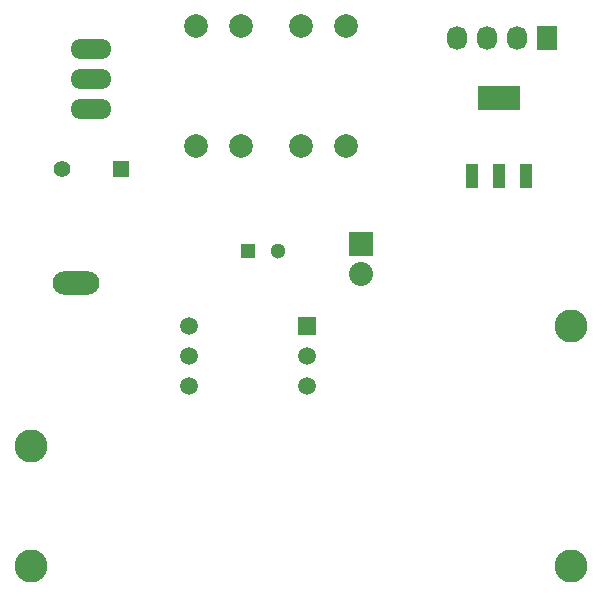
<source format=gts>
G04 #@! TF.FileFunction,Soldermask,Top*
%FSLAX46Y46*%
G04 Gerber Fmt 4.6, Leading zero omitted, Abs format (unit mm)*
G04 Created by KiCad (PCBNEW (2015-10-22 BZR 6274, Git d63c017)-product) date 25.10.2015 13:12:17*
%MOMM*%
G01*
G04 APERTURE LIST*
%ADD10C,0.150000*%
%ADD11R,1.300000X1.300000*%
%ADD12C,1.300000*%
%ADD13R,1.400000X1.400000*%
%ADD14C,1.400000*%
%ADD15R,1.501140X1.501140*%
%ADD16C,1.501140*%
%ADD17R,1.727200X2.032000*%
%ADD18O,1.727200X2.032000*%
%ADD19O,3.962400X1.981200*%
%ADD20O,3.500120X1.699260*%
%ADD21C,1.998980*%
%ADD22C,2.799080*%
%ADD23R,3.657600X2.032000*%
%ADD24R,1.016000X2.032000*%
%ADD25R,2.032000X2.032000*%
%ADD26O,2.032000X2.032000*%
G04 APERTURE END LIST*
D10*
D11*
X184785000Y-139700000D03*
D12*
X187285000Y-139700000D03*
D13*
X173990000Y-132715000D03*
D14*
X168990000Y-132715000D03*
D15*
X189786260Y-146050000D03*
D16*
X189786260Y-148590000D03*
X189786260Y-151130000D03*
X179786280Y-151130000D03*
X179786280Y-148590000D03*
X179786280Y-146050000D03*
D17*
X210058000Y-121666000D03*
D18*
X207518000Y-121666000D03*
X204978000Y-121666000D03*
X202438000Y-121666000D03*
D19*
X170180000Y-142400000D03*
D20*
X171450000Y-125095000D03*
X171450000Y-127635000D03*
X171450000Y-122555000D03*
D21*
X184150000Y-130810000D03*
X184150000Y-120650000D03*
X193040000Y-130810000D03*
X193040000Y-120650000D03*
X180340000Y-120650000D03*
X180340000Y-130810000D03*
X189230000Y-120650000D03*
X189230000Y-130810000D03*
D22*
X166370000Y-156210000D03*
X166370000Y-166370000D03*
X212090000Y-166370000D03*
X212090000Y-146050000D03*
D23*
X205994000Y-126746000D03*
D24*
X205994000Y-133350000D03*
X208280000Y-133350000D03*
X203708000Y-133350000D03*
D25*
X194310000Y-139065000D03*
D26*
X194310000Y-141605000D03*
M02*

</source>
